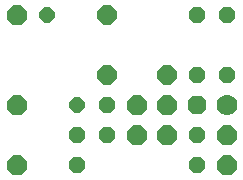
<source format=gtl>
G75*
%MOIN*%
%OFA0B0*%
%FSLAX25Y25*%
%IPPOS*%
%LPD*%
%AMOC8*
5,1,8,0,0,1.08239X$1,22.5*
%
%ADD10OC8,0.05200*%
%ADD11OC8,0.06300*%
%ADD12C,0.07000*%
%ADD13OC8,0.05150*%
%ADD14OC8,0.06600*%
%ADD15OC8,0.06496*%
D10*
X0031050Y0011050D03*
X0031050Y0021050D03*
X0041050Y0021050D03*
X0041050Y0031050D03*
X0071050Y0021050D03*
X0071050Y0011050D03*
X0071050Y0041050D03*
X0081050Y0041050D03*
X0081050Y0061050D03*
X0071050Y0061050D03*
D11*
X0071050Y0031050D03*
D12*
X0081050Y0031050D03*
D13*
X0031050Y0031050D03*
X0021050Y0061050D03*
D14*
X0011050Y0011050D03*
X0011050Y0031050D03*
X0051050Y0031050D03*
X0061050Y0031050D03*
X0061050Y0021050D03*
X0051050Y0021050D03*
X0081050Y0021050D03*
X0081050Y0011050D03*
X0011050Y0061050D03*
D15*
X0041050Y0061050D03*
X0041050Y0041050D03*
X0061050Y0041050D03*
M02*

</source>
